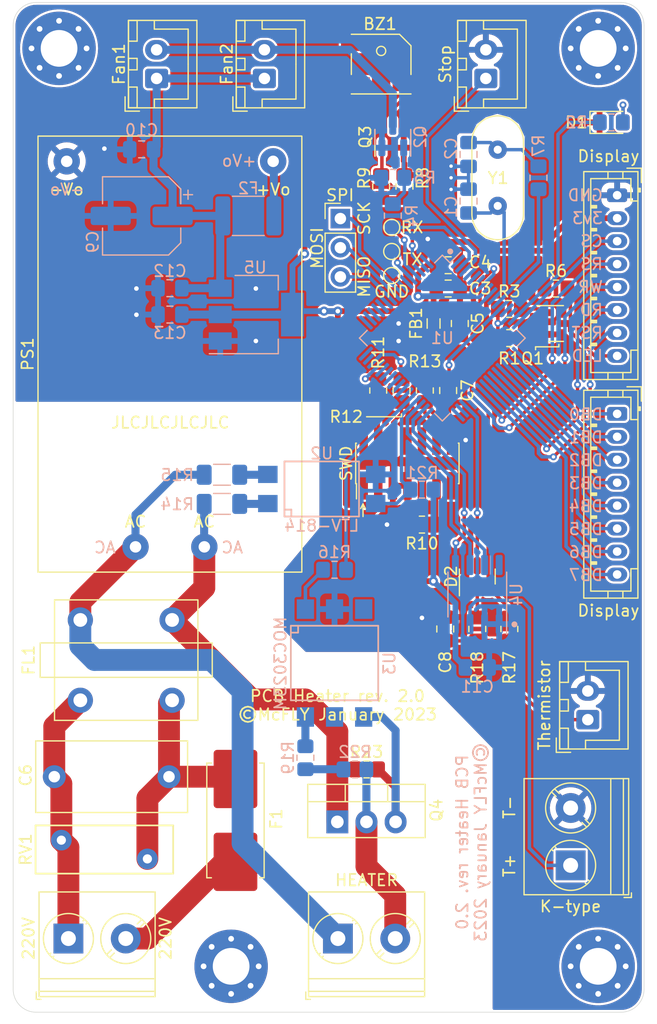
<source format=kicad_pcb>
(kicad_pcb (version 20211014) (generator pcbnew)

  (general
    (thickness 1.6)
  )

  (paper "A4")
  (layers
    (0 "F.Cu" signal)
    (31 "B.Cu" signal)
    (32 "B.Adhes" user "B.Adhesive")
    (33 "F.Adhes" user "F.Adhesive")
    (34 "B.Paste" user)
    (35 "F.Paste" user)
    (36 "B.SilkS" user "B.Silkscreen")
    (37 "F.SilkS" user "F.Silkscreen")
    (38 "B.Mask" user)
    (39 "F.Mask" user)
    (40 "Dwgs.User" user "User.Drawings")
    (41 "Cmts.User" user "User.Comments")
    (42 "Eco1.User" user "User.Eco1")
    (43 "Eco2.User" user "User.Eco2")
    (44 "Edge.Cuts" user)
    (45 "Margin" user)
    (46 "B.CrtYd" user "B.Courtyard")
    (47 "F.CrtYd" user "F.Courtyard")
    (48 "B.Fab" user)
    (49 "F.Fab" user)
    (50 "User.1" user)
    (51 "User.2" user)
  )

  (setup
    (stackup
      (layer "F.SilkS" (type "Top Silk Screen") (color "White"))
      (layer "F.Paste" (type "Top Solder Paste"))
      (layer "F.Mask" (type "Top Solder Mask") (color "Black") (thickness 0.01))
      (layer "F.Cu" (type "copper") (thickness 0.035))
      (layer "dielectric 1" (type "core") (thickness 1.51) (material "FR4") (epsilon_r 4.5) (loss_tangent 0.02))
      (layer "B.Cu" (type "copper") (thickness 0.035))
      (layer "B.Mask" (type "Bottom Solder Mask") (color "Black") (thickness 0.01))
      (layer "B.Paste" (type "Bottom Solder Paste"))
      (layer "B.SilkS" (type "Bottom Silk Screen") (color "White"))
      (copper_finish "None")
      (dielectric_constraints no)
    )
    (pad_to_mask_clearance 0)
    (pcbplotparams
      (layerselection 0x00010fc_ffffffff)
      (disableapertmacros false)
      (usegerberextensions false)
      (usegerberattributes true)
      (usegerberadvancedattributes true)
      (creategerberjobfile true)
      (svguseinch false)
      (svgprecision 6)
      (excludeedgelayer true)
      (plotframeref false)
      (viasonmask false)
      (mode 1)
      (useauxorigin false)
      (hpglpennumber 1)
      (hpglpenspeed 20)
      (hpglpendiameter 15.000000)
      (dxfpolygonmode true)
      (dxfimperialunits true)
      (dxfusepcbnewfont true)
      (psnegative false)
      (psa4output false)
      (plotreference true)
      (plotvalue true)
      (plotinvisibletext false)
      (sketchpadsonfab false)
      (subtractmaskfromsilk false)
      (outputformat 1)
      (mirror false)
      (drillshape 1)
      (scaleselection 1)
      (outputdirectory "")
    )
  )

  (net 0 "")
  (net 1 "+3V3")
  (net 2 "Net-(BZ1-Pad2)")
  (net 3 "Net-(C1-Pad1)")
  (net 4 "GND")
  (net 5 "Net-(C2-Pad1)")
  (net 6 "VDDA")
  (net 7 "Net-(C6-Pad1)")
  (net 8 "Net-(C6-Pad2)")
  (net 9 "NRST")
  (net 10 "Net-(C8-Pad1)")
  (net 11 "+12V")
  (net 12 "Net-(D1-Pad2)")
  (net 13 "THERM")
  (net 14 "Net-(F1-Pad1)")
  (net 15 "Net-(F2-Pad1)")
  (net 16 "Net-(FL1-Pad2)")
  (net 17 "Net-(FL1-Pad4)")
  (net 18 "LCD_CS")
  (net 19 "LCD_RS")
  (net 20 "LCD_WR")
  (net 21 "LCD_RD")
  (net 22 "LCD_RST")
  (net 23 "LCD_LED")
  (net 24 "LCD_SCK")
  (net 25 "LCD_MOSI")
  (net 26 "LCD_MISO")
  (net 27 "STOP")
  (net 28 "Net-(J4-Pad2)")
  (net 29 "unconnected-(J7-Pad1)")
  (net 30 "unconnected-(J7-Pad2)")
  (net 31 "Net-(J7-Pad4)")
  (net 32 "Net-(J7-Pad6)")
  (net 33 "unconnected-(J7-Pad8)")
  (net 34 "unconnected-(J7-Pad9)")
  (net 35 "unconnected-(J7-Pad10)")
  (net 36 "Net-(J7-Pad11)")
  (net 37 "Net-(J7-Pad12)")
  (net 38 "unconnected-(J7-Pad13)")
  (net 39 "unconnected-(J7-Pad14)")
  (net 40 "Net-(J8-Pad2)")
  (net 41 "Net-(J10-Pad1)")
  (net 42 "Net-(Q1-Pad1)")
  (net 43 "Net-(Q2-Pad1)")
  (net 44 "Net-(Q3-Pad1)")
  (net 45 "Net-(Q4-Pad3)")
  (net 46 "LCD_LED_CTRL")
  (net 47 "LED_STATUS")
  (net 48 "FAN_PWM")
  (net 49 "Net-(R7-Pad1)")
  (net 50 "BUZZER")
  (net 51 "SWDIO")
  (net 52 "SWCLK")
  (net 53 "Net-(R14-Pad1)")
  (net 54 "Net-(R15-Pad1)")
  (net 55 "Net-(R16-Pad1)")
  (net 56 "GATE_CONTROL")
  (net 57 "Net-(R19-Pad1)")
  (net 58 "Net-(R19-Pad2)")
  (net 59 "ZERO_CROSS")
  (net 60 "/UART_TX")
  (net 61 "/UART_RX")
  (net 62 "unconnected-(U1-Pad1)")
  (net 63 "unconnected-(U1-Pad4)")
  (net 64 "unconnected-(U1-Pad5)")
  (net 65 "unconnected-(U1-Pad13)")
  (net 66 "unconnected-(U1-Pad29)")
  (net 67 "unconnected-(U1-Pad31)")
  (net 68 "unconnected-(U1-Pad32)")
  (net 69 "MAX_SCK")
  (net 70 "MAX_MISO")
  (net 71 "MAX_CS")
  (net 72 "unconnected-(U1-Pad38)")
  (net 73 "unconnected-(U1-Pad39)")
  (net 74 "unconnected-(U1-Pad40)")
  (net 75 "unconnected-(U1-Pad41)")
  (net 76 "unconnected-(U1-Pad42)")
  (net 77 "unconnected-(U1-Pad43)")
  (net 78 "unconnected-(U1-Pad44)")
  (net 79 "unconnected-(U1-Pad47)")
  (net 80 "unconnected-(U1-Pad48)")
  (net 81 "unconnected-(U1-Pad49)")
  (net 82 "unconnected-(U1-Pad50)")
  (net 83 "unconnected-(U1-Pad51)")
  (net 84 "unconnected-(U1-Pad52)")
  (net 85 "unconnected-(U1-Pad53)")
  (net 86 "unconnected-(U1-Pad58)")
  (net 87 "unconnected-(U1-Pad59)")
  (net 88 "unconnected-(U1-Pad62)")
  (net 89 "unconnected-(U1-Pad64)")
  (net 90 "unconnected-(U3-Pad5)")
  (net 91 "unconnected-(U3-Pad3)")
  (net 92 "unconnected-(U1-Pad54)")
  (net 93 "Net-(J12-Pad1)")
  (net 94 "Net-(J12-Pad2)")
  (net 95 "Net-(J12-Pad3)")
  (net 96 "Net-(J12-Pad4)")
  (net 97 "Net-(J12-Pad5)")
  (net 98 "Net-(J12-Pad6)")
  (net 99 "Net-(J12-Pad7)")
  (net 100 "Net-(J12-Pad8)")

  (footprint "TerminalBlock_Phoenix:TerminalBlock_Phoenix_PT-1,5-2-5.0-H_1x02_P5.00mm_Horizontal" (layer "F.Cu") (at 148.598 125.202 90))

  (footprint "Resistor_SMD:R_0805_2012Metric_Pad1.20x1.40mm_HandSolder" (layer "F.Cu") (at 133.858 83.82 -90))

  (footprint "Resistor_SMD:R_0805_2012Metric_Pad1.20x1.40mm_HandSolder" (layer "F.Cu") (at 140.462 104.60075 90))

  (footprint "Capacitor_SMD:C_0805_2012Metric_Pad1.18x1.45mm_HandSolder" (layer "F.Cu") (at 137.668 104.60075 90))

  (footprint "Capacitor_SMD:C_0805_2012Metric_Pad1.18x1.45mm_HandSolder" (layer "F.Cu") (at 137.922 83.82 -90))

  (footprint "Resistor_SMD:R_0805_2012Metric_Pad1.20x1.40mm_HandSolder" (layer "F.Cu") (at 135.636 95.504 180))

  (footprint "Connector_JST:JST_XH_B2B-XH-A_1x02_P2.50mm_Vertical" (layer "F.Cu") (at 141.207 56.622 90))

  (footprint "my_additions:OSC-TH_L10.0-W4.5-P5.00" (layer "F.Cu") (at 142.24 65.278 90))

  (footprint "Resistor_SMD:R_0805_2012Metric_Pad1.20x1.40mm_HandSolder" (layer "F.Cu") (at 147.32 74.93))

  (footprint "Package_TO_SOT_SMD:SOT-23" (layer "F.Cu") (at 133.096 61.722 90))

  (footprint "Resistor_SMD:R_0805_2012Metric_Pad1.20x1.40mm_HandSolder" (layer "F.Cu") (at 135.89 83.82 -90))

  (footprint "MountingHole:MountingHole_3.2mm_M3_Pad_Via" (layer "F.Cu") (at 104 54))

  (footprint "Capacitor_SMD:C_0805_2012Metric_Pad1.18x1.45mm_HandSolder" (layer "F.Cu") (at 138.938 77.978 90))

  (footprint "Capacitor_SMD:C_0805_2012Metric_Pad1.18x1.45mm_HandSolder" (layer "F.Cu") (at 137.922 74.93))

  (footprint "Connector_PinHeader_1.27mm:PinHeader_2x07_P1.27mm_Vertical_SMD" (layer "F.Cu") (at 134.366 90.17 90))

  (footprint "my_additions:Converter_ACDC_HiLink_HLK-5Mxx" (layer "F.Cu") (at 113.665 80.645 90))

  (footprint "Resistor_SMD:R_0805_2012Metric_Pad1.20x1.40mm_HandSolder" (layer "F.Cu") (at 134.112 66.039999 90))

  (footprint "Connector_PinHeader_2.54mm:PinHeader_1x03_P2.54mm_Vertical" (layer "F.Cu") (at 128.524 68.834))

  (footprint "Capacitor_SMD:C_0805_2012Metric_Pad1.18x1.45mm_HandSolder" (layer "F.Cu") (at 137.922 72.898))

  (footprint "my_additions:L_CommonMode_7x8mm" (layer "F.Cu") (at 109.855 107.315 90))

  (footprint "Package_TO_SOT_SMD:SOT-23" (layer "F.Cu") (at 147.32 77.978))

  (footprint "TestPoint:TestPoint_Pad_D1.0mm" (layer "F.Cu") (at 133 69.6))

  (footprint "MountingHole:MountingHole_3.2mm_M3_Pad_Via" (layer "F.Cu") (at 151 54))

  (footprint "Connector_JST:JST_PH_B8B-PH-K_1x08_P2.00mm_Vertical" (layer "F.Cu") (at 152.654 85.852 -90))

  (footprint "Inductor_SMD:L_0805_2012Metric_Pad1.05x1.20mm_HandSolder" (layer "F.Cu") (at 136.652 77.978 -90))

  (footprint "Connector_JST:JST_XH_B2B-XH-A_1x02_P2.50mm_Vertical" (layer "F.Cu") (at 150.096999 112.502 90))

  (footprint "TerminalBlock_Phoenix:TerminalBlock_Phoenix_PT-1,5-2-5.0-H_1x02_P5.00mm_Horizontal" (layer "F.Cu") (at 128.31 131.58))

  (footprint "Connector_JST:JST_PH_B8B-PH-K_1x08_P2.00mm_Vertical" (layer "F.Cu") (at 152.654 66.802 -90))

  (footprint "LED_SMD:LED_0805_2012Metric_Pad1.15x1.40mm_HandSolder" (layer "F.Cu") (at 152.146 60.452))

  (footprint "TestPoint:TestPoint_Pad_D1.0mm" (layer "F.Cu") (at 133 71.7))

  (footprint "Resistor_SMD:R_0805_2012Metric_Pad1.20x1.40mm_HandSolder" (layer "F.Cu") (at 131.826 83.82 -90))

  (footprint "Package_TO_SOT_SMD:SOT-23" (layer "F.Cu") (at 140.462 100.02875 90))

  (footprint "Resistor_SMD:R_0805_2012Metric_Pad1.20x1.40mm_HandSolder" (layer "F.Cu") (at 143.256 104.60075 -90))

  (footprint "Resistor_SMD:R_0805_2012Metric_Pad1.20x1.40mm_HandSolder" (layer "F.Cu") (at 143.256 76.708 180))

  (footprint "my_additions:Fuse_1808_0451_Holder_HandSolder" (layer "F.Cu") (at 119.38 121.285 90))

  (footprint "TerminalBlock_Phoenix:TerminalBlock_Phoenix_PT-1,5-2-5.0-H_1x02_P5.00mm_Horizontal" (layer "F.Cu") (at 104.815 131.58))

  (footprint "Resistor_SMD:R_0805_2012Metric_Pad1.20x1.40mm_HandSolder" (layer "F.Cu") (at 143.256 79.248))

  (footprint "my_additions:Buzzer_5020" (layer "F.Cu") (at 132.08 55.372))

  (footprint "Resistor_SMD:R_0805_2012Metric_Pad1.20x1.40mm_HandSolder" (layer "F.Cu") (at 130.81 116.84))

  (footprint "Package_TO_SOT_THT:TO-220-3_Vertical" (layer "F.Cu") (at 128.26 121.412))

  (footprint "TestPoint:TestPoint_Pad_D1.0mm" (layer "F.Cu") (at 133 73.8))

  (footprint "Resistor_SMD:R_0805_2012Metric_Pad1.20x1.40mm_HandSolder" (layer "F.Cu") (at 132.08 66.039999 -90))

  (footprint "Connector_JST:JST_XH_B2B-XH-A_1x02_P2.50mm_Vertical" (layer "F.Cu") (at 121.902999 56.622 90))

  (footprint "MountingHole:MountingHole_3.2mm_M3_Pad_Via" (layer "F.Cu") (at 151 134))

  (footprint "Connector_JST:JST_XH_B2B-XH-A_1x02_P2.50mm_Vertical" (layer "F.Cu") (at 112.505 56.622 90))

  (footprint "Varistor:RV_Disc_D12mm_W4.2mm_P7.5mm" (layer "F.Cu") (at 104.2 123.005))

  (footprint "MountingHole:MountingHole_3.2mm_M3_Pad_Via" (layer "F.Cu") (at 119 134))

  (footprint "Capacitor_THT:C_Rect_L13.0mm_W6.0mm_P10.00mm_FKS3_FKP3_MKS4" (layer "F.Cu") (at 103.585 117.475))

  (footprint "Resistor_SMD:R_0805_2012Metric_Pad1.20x1.40mm_HandSolder" (layer "B.Cu") (at 133.096 65.278 180))

  (footprint "Fuse:Fuse_1812_4532Metric_Pad1.30x3.40mm_HandSolder" (layer "B.Cu") (at 120.5 68.6 180))

  (footprint "my_additions:OPTO-SMD4" (layer "B.Cu") (at 126.9 92.4 90))

  (footprint "Resistor_SMD:R_0805_2012Metric_Pad1.20x1.40mm_HandSolder" (layer "B.Cu")
    (tedit 5F68FEEE) (tstamp 1c72764a-7863-4dd9-971c-653d074247de)
    (at 129.794 116.84 180)
    (descr "Resistor SMD 0805 (2012 Metric), square (rectangular) end terminal, IPC_7351 nominal with elongated pad for handsoldering. (Body size source: IPC-SM-782 page 72, https://www.pcb-3d.com/wordpress/wp-content/uploads/ipc-sm-782a_amendment_1_and_2.pdf), generated with kicad-footprint-generator")
    (tags "resistor handsolder")
    (property "Sheetfile" "pcb-heater.kicad_sch")
    (property "Sheetname" "")
    (path "/00000
... [796500 chars truncated]
</source>
